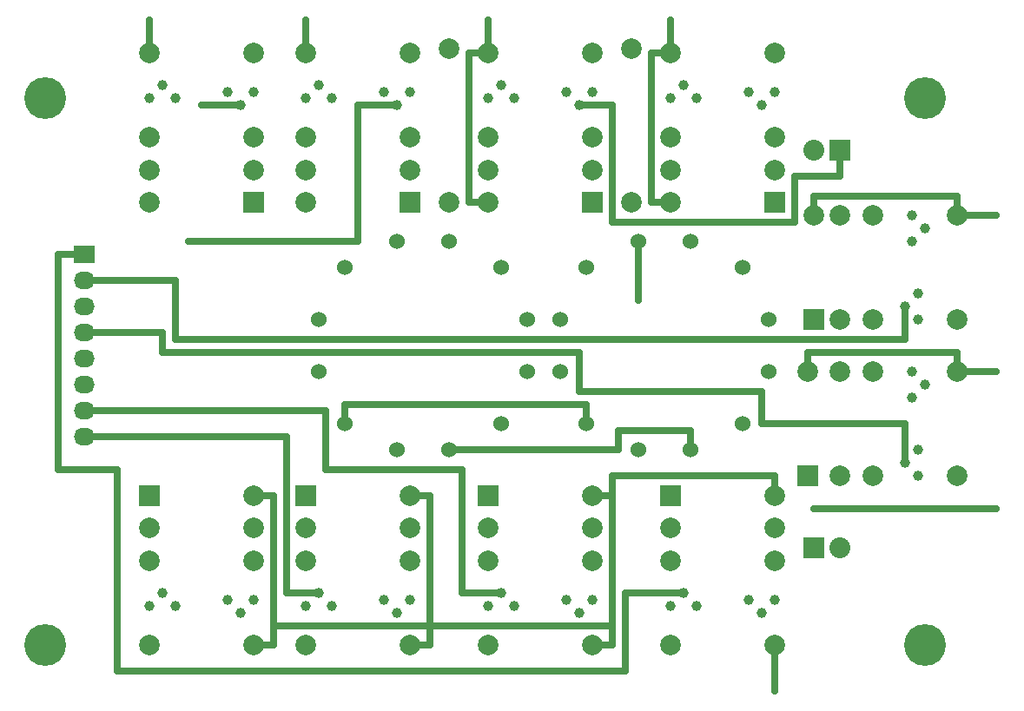
<source format=gtl>
G04 #@! TF.FileFunction,Copper,L1,Top,Signal*
%FSLAX46Y46*%
G04 Gerber Fmt 4.6, Leading zero omitted, Abs format (unit mm)*
G04 Created by KiCad (PCBNEW 4.0.2+e4-6225~38~ubuntu15.10.1-stable) date Son 24 Jul 2016 14:48:10 CEST*
%MOMM*%
G01*
G04 APERTURE LIST*
%ADD10C,0.100000*%
%ADD11C,1.998980*%
%ADD12R,2.032000X2.032000*%
%ADD13O,2.032000X2.032000*%
%ADD14R,2.032000X1.727200*%
%ADD15O,2.032000X1.727200*%
%ADD16R,1.998980X1.998980*%
%ADD17C,1.524000*%
%ADD18C,1.000760*%
%ADD19C,4.064000*%
%ADD20C,0.600000*%
%ADD21C,0.635000*%
G04 APERTURE END LIST*
D10*
D11*
X108585000Y-102235000D03*
X98425000Y-102235000D03*
X144145000Y-52705000D03*
X133985000Y-52705000D03*
X98425000Y-60960000D03*
X108585000Y-60960000D03*
D12*
X147955000Y-100965000D03*
D13*
X150495000Y-100965000D03*
D14*
X76835000Y-72390000D03*
D15*
X76835000Y-74930000D03*
X76835000Y-77470000D03*
X76835000Y-80010000D03*
X76835000Y-82550000D03*
X76835000Y-85090000D03*
X76835000Y-87630000D03*
X76835000Y-90170000D03*
D11*
X98425000Y-110490000D03*
X108585000Y-110490000D03*
X116205000Y-60960000D03*
X126365000Y-60960000D03*
X126365000Y-52705000D03*
X116205000Y-52705000D03*
X144145000Y-102235000D03*
X133985000Y-102235000D03*
X133985000Y-110490000D03*
X144145000Y-110490000D03*
X108585000Y-52705000D03*
X98425000Y-52705000D03*
X153670000Y-83820000D03*
X153670000Y-93980000D03*
X161925000Y-93980000D03*
X161925000Y-83820000D03*
X83185000Y-60960000D03*
X93345000Y-60960000D03*
X93345000Y-52705000D03*
X83185000Y-52705000D03*
X93345000Y-102235000D03*
X83185000Y-102235000D03*
X83185000Y-110490000D03*
X93345000Y-110490000D03*
X126365000Y-102235000D03*
X116205000Y-102235000D03*
X116205000Y-110490000D03*
X126365000Y-110490000D03*
X153670000Y-68580000D03*
X153670000Y-78740000D03*
X161925000Y-78740000D03*
X161925000Y-68580000D03*
D12*
X150495000Y-62230000D03*
D13*
X147955000Y-62230000D03*
D11*
X133985000Y-60960000D03*
X144145000Y-60960000D03*
X130175000Y-67310000D03*
X130175000Y-52310000D03*
X112395000Y-67310000D03*
X112395000Y-52310000D03*
X108585000Y-95882460D03*
D16*
X98425000Y-95882460D03*
D11*
X116205000Y-67312540D03*
D16*
X126365000Y-67312540D03*
D11*
X144145000Y-95882460D03*
D16*
X133985000Y-95882460D03*
D11*
X133985000Y-67312540D03*
D16*
X144145000Y-67312540D03*
D11*
X98425000Y-67312540D03*
D16*
X108585000Y-67312540D03*
D11*
X147317460Y-83820000D03*
D16*
X147317460Y-93980000D03*
D11*
X83185000Y-67312540D03*
D16*
X93345000Y-67312540D03*
D11*
X93345000Y-95882460D03*
D16*
X83185000Y-95882460D03*
D11*
X126365000Y-95882460D03*
D16*
X116205000Y-95882460D03*
D11*
X147952460Y-68580000D03*
D16*
X147952460Y-78740000D03*
D11*
X116205000Y-64135000D03*
X126365000Y-64135000D03*
X108585000Y-99060000D03*
X98425000Y-99060000D03*
X144145000Y-99060000D03*
X133985000Y-99060000D03*
X133985000Y-64135000D03*
X144145000Y-64135000D03*
X98425000Y-64135000D03*
X108585000Y-64135000D03*
X150495000Y-83820000D03*
X150495000Y-93980000D03*
X83185000Y-64135000D03*
X93345000Y-64135000D03*
X93345000Y-99060000D03*
X83185000Y-99060000D03*
X126365000Y-99060000D03*
X116205000Y-99060000D03*
X150495000Y-68580000D03*
X150495000Y-78740000D03*
D17*
X99695000Y-78740000D03*
X99695000Y-83820000D03*
X102235000Y-88900000D03*
X120015000Y-83820000D03*
X120015000Y-78740000D03*
X117475000Y-73660000D03*
X112395000Y-71120000D03*
X107315000Y-71120000D03*
X102235000Y-73660000D03*
X107315000Y-91440000D03*
X112395000Y-91440000D03*
X117475000Y-88900000D03*
X123190000Y-78740000D03*
X123190000Y-83820000D03*
X125730000Y-88900000D03*
X143510000Y-83820000D03*
X143510000Y-78740000D03*
X140970000Y-73660000D03*
X135890000Y-71120000D03*
X130810000Y-71120000D03*
X125730000Y-73660000D03*
X130810000Y-91440000D03*
X135890000Y-91440000D03*
X140970000Y-88900000D03*
D18*
X99695000Y-105410000D03*
X100965000Y-106680000D03*
X98425000Y-106680000D03*
X125095000Y-57785000D03*
X123825000Y-56515000D03*
X126365000Y-56515000D03*
X107315000Y-107315000D03*
X106045000Y-106045000D03*
X108585000Y-106045000D03*
X117475000Y-55880000D03*
X118745000Y-57150000D03*
X116205000Y-57150000D03*
X135255000Y-105410000D03*
X136525000Y-106680000D03*
X133985000Y-106680000D03*
X142875000Y-57785000D03*
X141605000Y-56515000D03*
X144145000Y-56515000D03*
X142875000Y-107315000D03*
X141605000Y-106045000D03*
X144145000Y-106045000D03*
X135255000Y-55880000D03*
X136525000Y-57150000D03*
X133985000Y-57150000D03*
X107315000Y-57785000D03*
X106045000Y-56515000D03*
X108585000Y-56515000D03*
X99695000Y-55880000D03*
X100965000Y-57150000D03*
X98425000Y-57150000D03*
X156845000Y-92710000D03*
X158115000Y-91440000D03*
X158115000Y-93980000D03*
X158750000Y-85090000D03*
X157480000Y-86360000D03*
X157480000Y-83820000D03*
X92075000Y-57785000D03*
X90805000Y-56515000D03*
X93345000Y-56515000D03*
X84455000Y-55880000D03*
X85725000Y-57150000D03*
X83185000Y-57150000D03*
X84455000Y-105410000D03*
X85725000Y-106680000D03*
X83185000Y-106680000D03*
X92075000Y-107315000D03*
X90805000Y-106045000D03*
X93345000Y-106045000D03*
X117475000Y-105410000D03*
X118745000Y-106680000D03*
X116205000Y-106680000D03*
X125095000Y-107315000D03*
X123825000Y-106045000D03*
X126365000Y-106045000D03*
X156845000Y-77470000D03*
X158115000Y-76200000D03*
X158115000Y-78740000D03*
X158750000Y-69850000D03*
X157480000Y-71120000D03*
X157480000Y-68580000D03*
D19*
X158750000Y-57150000D03*
X158750000Y-110490000D03*
X73025000Y-57150000D03*
X73025000Y-110490000D03*
D20*
X130810000Y-76835000D03*
X144145000Y-114935000D03*
X147955000Y-97155000D03*
X165735000Y-97155000D03*
X165735000Y-83820000D03*
X165735000Y-68580000D03*
X133985000Y-49530000D03*
X116205000Y-49530000D03*
X98425000Y-49530000D03*
X83185000Y-49530000D03*
X86995000Y-71120000D03*
X88265000Y-57785000D03*
D21*
X130810000Y-71120000D02*
X130810000Y-76835000D01*
X161925000Y-68580000D02*
X161925000Y-66675000D01*
X147952460Y-66677540D02*
X147952460Y-68580000D01*
X147955000Y-66675000D02*
X147952460Y-66677540D01*
X161925000Y-66675000D02*
X147955000Y-66675000D01*
X147317460Y-83820000D02*
X147317460Y-81917540D01*
X161925000Y-81915000D02*
X161925000Y-83820000D01*
X147320000Y-81915000D02*
X161925000Y-81915000D01*
X147317460Y-81917540D02*
X147320000Y-81915000D01*
X116205000Y-67312540D02*
X114302540Y-67312540D01*
X114300000Y-52705000D02*
X116205000Y-52705000D01*
X114300000Y-67310000D02*
X114300000Y-52705000D01*
X114302540Y-67312540D02*
X114300000Y-67310000D01*
X133985000Y-67312540D02*
X132082540Y-67312540D01*
X132080000Y-52705000D02*
X133985000Y-52705000D01*
X132080000Y-67310000D02*
X132080000Y-52705000D01*
X132082540Y-67312540D02*
X132080000Y-67310000D01*
X144145000Y-114935000D02*
X144145000Y-110490000D01*
X165735000Y-97155000D02*
X147955000Y-97155000D01*
X161925000Y-68580000D02*
X165735000Y-68580000D01*
X165735000Y-83820000D02*
X161925000Y-83820000D01*
X133985000Y-52705000D02*
X133985000Y-49530000D01*
X116205000Y-52705000D02*
X116205000Y-49530000D01*
X83185000Y-49530000D02*
X83185000Y-52705000D01*
X98425000Y-52705000D02*
X98425000Y-49530000D01*
X110490000Y-108585000D02*
X128270000Y-108585000D01*
X95250000Y-110490000D02*
X95250000Y-108585000D01*
X95250000Y-108585000D02*
X110490000Y-108585000D01*
X93345000Y-95882460D02*
X95247460Y-95882460D01*
X95250000Y-110490000D02*
X93345000Y-110490000D01*
X95250000Y-95885000D02*
X95250000Y-110490000D01*
X95247460Y-95882460D02*
X95250000Y-95885000D01*
X128267460Y-95882460D02*
X128267460Y-93982540D01*
X144145000Y-93980000D02*
X144145000Y-95882460D01*
X128270000Y-93980000D02*
X144145000Y-93980000D01*
X128267460Y-93982540D02*
X128270000Y-93980000D01*
X108585000Y-110490000D02*
X110490000Y-110490000D01*
X110490000Y-110490000D02*
X110490000Y-108585000D01*
X110487460Y-95882460D02*
X108585000Y-95882460D01*
X110490000Y-108585000D02*
X110490000Y-95885000D01*
X110490000Y-95885000D02*
X110487460Y-95882460D01*
X126365000Y-110490000D02*
X128270000Y-110490000D01*
X128270000Y-110490000D02*
X128270000Y-108585000D01*
X128267460Y-95882460D02*
X126365000Y-95882460D01*
X128270000Y-95885000D02*
X128267460Y-95882460D01*
X128270000Y-108585000D02*
X128270000Y-95885000D01*
X135255000Y-105410000D02*
X129540000Y-105410000D01*
X80010000Y-113030000D02*
X80010000Y-93345000D01*
X129540000Y-113030000D02*
X80010000Y-113030000D01*
X129540000Y-105410000D02*
X129540000Y-113030000D01*
X80010000Y-93345000D02*
X74295000Y-93345000D01*
X74295000Y-93345000D02*
X74295000Y-72390000D01*
X74295000Y-72390000D02*
X76835000Y-72390000D01*
X76835000Y-74930000D02*
X83820000Y-74930000D01*
X156845000Y-77470000D02*
X156845000Y-80645000D01*
X85725000Y-74930000D02*
X83820000Y-74930000D01*
X85725000Y-80645000D02*
X85725000Y-74930000D01*
X156845000Y-80645000D02*
X85725000Y-80645000D01*
X103505000Y-57785000D02*
X103505000Y-71120000D01*
X103505000Y-71120000D02*
X86995000Y-71120000D01*
X103505000Y-57785000D02*
X107315000Y-57785000D01*
X76835000Y-80010000D02*
X78740000Y-80010000D01*
X84455000Y-80010000D02*
X78740000Y-80010000D01*
X84455000Y-81915000D02*
X84455000Y-80010000D01*
X125095000Y-81915000D02*
X84455000Y-81915000D01*
X125095000Y-85725000D02*
X125095000Y-81915000D01*
X142875000Y-85725000D02*
X125095000Y-85725000D01*
X142875000Y-88900000D02*
X142875000Y-85725000D01*
X143510000Y-88900000D02*
X142875000Y-88900000D01*
X156845000Y-88900000D02*
X143510000Y-88900000D01*
X156845000Y-92710000D02*
X156845000Y-88900000D01*
X88265000Y-57785000D02*
X92075000Y-57785000D01*
X117475000Y-105410000D02*
X113665000Y-105410000D01*
X100330000Y-87630000D02*
X76835000Y-87630000D01*
X100330000Y-93345000D02*
X100330000Y-87630000D01*
X113665000Y-93345000D02*
X100330000Y-93345000D01*
X113665000Y-105410000D02*
X113665000Y-93345000D01*
X99695000Y-105410000D02*
X96520000Y-105410000D01*
X96520000Y-90170000D02*
X76835000Y-90170000D01*
X96520000Y-105410000D02*
X96520000Y-90170000D01*
X125095000Y-57785000D02*
X128270000Y-57785000D01*
X150495000Y-64770000D02*
X150495000Y-62230000D01*
X146050000Y-64770000D02*
X150495000Y-64770000D01*
X146050000Y-69215000D02*
X146050000Y-64770000D01*
X128270000Y-69215000D02*
X146050000Y-69215000D01*
X128270000Y-57785000D02*
X128270000Y-69215000D01*
X112395000Y-91440000D02*
X128905000Y-91440000D01*
X135890000Y-89535000D02*
X135890000Y-91440000D01*
X128905000Y-89535000D02*
X135890000Y-89535000D01*
X128905000Y-91440000D02*
X128905000Y-89535000D01*
X125730000Y-88900000D02*
X125730000Y-86995000D01*
X102235000Y-86995000D02*
X102235000Y-88900000D01*
X125730000Y-86995000D02*
X102235000Y-86995000D01*
M02*

</source>
